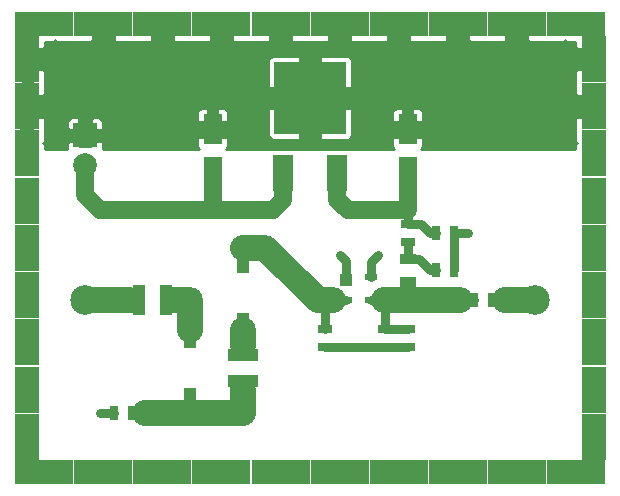
<source format=gbr>
G04 #@! TF.FileFunction,Copper,L1,Top,Signal*
%FSLAX46Y46*%
G04 Gerber Fmt 4.6, Leading zero omitted, Abs format (unit mm)*
G04 Created by KiCad (PCBNEW 4.0.6) date Wed Sep  6 22:14:05 2017*
%MOMM*%
%LPD*%
G01*
G04 APERTURE LIST*
%ADD10C,0.100000*%
%ADD11R,2.000000X4.000000*%
%ADD12R,5.000000X2.000000*%
%ADD13R,1.000000X1.200000*%
%ADD14R,1.600200X2.600960*%
%ADD15R,0.635000X1.143000*%
%ADD16R,1.143000X0.635000*%
%ADD17R,1.100000X2.540000*%
%ADD18R,2.540000X1.100000*%
%ADD19R,1.397000X0.889000*%
%ADD20C,2.500000*%
%ADD21R,2.000000X2.000000*%
%ADD22C,2.000000*%
%ADD23R,1.651000X3.048000*%
%ADD24R,6.096000X6.096000*%
%ADD25R,1.000760X1.000760*%
%ADD26R,1.000760X0.599440*%
%ADD27C,0.600000*%
%ADD28C,1.000000*%
%ADD29C,2.185000*%
%ADD30C,0.750000*%
%ADD31C,1.500000*%
%ADD32C,0.254000*%
G04 APERTURE END LIST*
D10*
D11*
X161160000Y-86235000D03*
X161160000Y-90235000D03*
X161160000Y-94235000D03*
X161160000Y-98235000D03*
X161160000Y-102235000D03*
X161160000Y-106235000D03*
X161160000Y-110235000D03*
X161160000Y-114235000D03*
X161160000Y-118235000D03*
X113160000Y-118235000D03*
X113160000Y-114235000D03*
X113160000Y-110235000D03*
X113160000Y-106235000D03*
X113160000Y-102235000D03*
X113160000Y-98235000D03*
X113160000Y-94235000D03*
X113160000Y-90235000D03*
D12*
X114660000Y-121235000D03*
X119660000Y-121235000D03*
X124660000Y-121235000D03*
X129660000Y-121235000D03*
X134660000Y-121235000D03*
X139660000Y-121235000D03*
X144660000Y-121235000D03*
X149660000Y-121235000D03*
X154660000Y-121235000D03*
X159660000Y-121235000D03*
X159660000Y-83235000D03*
X154660000Y-83235000D03*
X149660000Y-83235000D03*
X144660000Y-83235000D03*
X139660000Y-83235000D03*
X134660000Y-83235000D03*
X129660000Y-83235000D03*
X124660000Y-83235000D03*
X119660000Y-83235000D03*
X114660000Y-83235000D03*
D11*
X113160000Y-86235000D03*
D13*
X127000000Y-110145000D03*
X127000000Y-114645000D03*
D14*
X128905000Y-95780860D03*
X128905000Y-92179140D03*
D15*
X122047000Y-116205000D03*
X120523000Y-116205000D03*
D13*
X131445000Y-108295000D03*
X131445000Y-103795000D03*
D14*
X145415000Y-95780860D03*
X145415000Y-92179140D03*
D16*
X145415000Y-110617000D03*
X145415000Y-109093000D03*
D15*
X149352000Y-100965000D03*
X147828000Y-100965000D03*
X149352000Y-104140000D03*
X147828000Y-104140000D03*
X152527000Y-106680000D03*
X151003000Y-106680000D03*
D17*
X124960000Y-106680000D03*
X122690000Y-106680000D03*
D18*
X131445000Y-111260000D03*
X131445000Y-113530000D03*
D19*
X145415000Y-103187500D03*
X145415000Y-105092500D03*
D20*
X118110000Y-106680000D03*
D21*
X118110000Y-92710000D03*
D22*
X118110000Y-95250000D03*
D20*
X156210000Y-106680000D03*
D16*
X138430000Y-110617000D03*
X138430000Y-109093000D03*
X143510000Y-110617000D03*
X143510000Y-109093000D03*
X145415000Y-100203000D03*
X145415000Y-101727000D03*
D23*
X134874000Y-95885000D03*
D24*
X137160000Y-89535000D03*
D23*
X139446000Y-95885000D03*
D25*
X140167360Y-104912160D03*
D26*
X142280640Y-106616500D03*
X140167360Y-106616500D03*
X142280640Y-104711500D03*
D27*
X118110000Y-90170000D03*
X119380000Y-116205000D03*
X142875000Y-102870000D03*
X139700000Y-102870000D03*
X150495000Y-100965000D03*
D28*
X127000000Y-110145000D02*
X127000000Y-109220000D01*
D29*
X127000000Y-106680000D02*
X125730000Y-106680000D01*
X127000000Y-109220000D02*
X127000000Y-106680000D01*
D30*
X124960000Y-106680000D02*
X125730000Y-106680000D01*
X125730000Y-106680000D02*
X126365000Y-106680000D01*
X127000000Y-114645000D02*
X127000000Y-116205000D01*
X127000000Y-116205000D02*
X127000000Y-115570000D01*
X127000000Y-115570000D02*
X127000000Y-116205000D01*
D29*
X131445000Y-116205000D02*
X127000000Y-116205000D01*
X127000000Y-116205000D02*
X123190000Y-116205000D01*
D30*
X122047000Y-116205000D02*
X123190000Y-116205000D01*
X131445000Y-114300000D02*
X131445000Y-113530000D01*
D29*
X131445000Y-116205000D02*
X131445000Y-114300000D01*
D30*
X131445000Y-113530000D02*
X131445000Y-113665000D01*
D31*
X128905000Y-95780860D02*
X128905000Y-99060000D01*
X134874000Y-95885000D02*
X134874000Y-98171000D01*
X133985000Y-99060000D02*
X128905000Y-99060000D01*
X128905000Y-99060000D02*
X128270000Y-99060000D01*
X119380000Y-99060000D02*
X128270000Y-99060000D01*
X118110000Y-97790000D02*
X118110000Y-95250000D01*
X118110000Y-97790000D02*
X119380000Y-99060000D01*
X134874000Y-98171000D02*
X133985000Y-99060000D01*
D30*
X134620000Y-96139000D02*
X134874000Y-95885000D01*
X118110000Y-92710000D02*
X118110000Y-90170000D01*
X119380000Y-116205000D02*
X120523000Y-116205000D01*
X142280640Y-104711500D02*
X142280640Y-103464360D01*
X142280640Y-103464360D02*
X142875000Y-102870000D01*
X139700000Y-102870000D02*
X140167360Y-103337360D01*
X140167360Y-103337360D02*
X140167360Y-104912160D01*
X149352000Y-100965000D02*
X150495000Y-100965000D01*
X149352000Y-100965000D02*
X149352000Y-102235000D01*
X149352000Y-102235000D02*
X149352000Y-104140000D01*
X120523000Y-116205000D02*
X119380000Y-116205000D01*
X138430000Y-109093000D02*
X138430000Y-107315000D01*
X138430000Y-107315000D02*
X137795000Y-106680000D01*
X140167360Y-106616500D02*
X139128500Y-106616500D01*
D29*
X131445000Y-102235000D02*
X133350000Y-102235000D01*
D30*
X131445000Y-102235000D02*
X131445000Y-103795000D01*
D29*
X133350000Y-102235000D02*
X137795000Y-106680000D01*
X139065000Y-106680000D02*
X137795000Y-106680000D01*
D30*
X139128500Y-106616500D02*
X139065000Y-106680000D01*
X145415000Y-100203000D02*
X145415000Y-99060000D01*
D31*
X145415000Y-95780860D02*
X145415000Y-99060000D01*
D30*
X145415000Y-100203000D02*
X146558000Y-100203000D01*
X147320000Y-100965000D02*
X147828000Y-100965000D01*
X146558000Y-100203000D02*
X147320000Y-100965000D01*
D31*
X139446000Y-95885000D02*
X139446000Y-98171000D01*
X140335000Y-99060000D02*
X142240000Y-99060000D01*
X139446000Y-98171000D02*
X140335000Y-99060000D01*
X145415000Y-99060000D02*
X142240000Y-99060000D01*
D30*
X142240000Y-99060000D02*
X141605000Y-99060000D01*
X138430000Y-110617000D02*
X143510000Y-110617000D01*
X139065000Y-110617000D02*
X143510000Y-110617000D01*
X143510000Y-110617000D02*
X145415000Y-110617000D01*
X145415000Y-105092500D02*
X145415000Y-105981500D01*
X145415000Y-105981500D02*
X144780000Y-106616500D01*
X143510000Y-106616500D02*
X143510000Y-109093000D01*
X144780000Y-106616500D02*
X144780000Y-106045000D01*
X144780000Y-106045000D02*
X144780000Y-106616500D01*
X151003000Y-106680000D02*
X149860000Y-106680000D01*
X149860000Y-106680000D02*
X149796500Y-106616500D01*
D29*
X143446500Y-106616500D02*
X143510000Y-106616500D01*
X143510000Y-106616500D02*
X144780000Y-106616500D01*
X144780000Y-106616500D02*
X149796500Y-106616500D01*
X149796500Y-106616500D02*
X149860000Y-106680000D01*
D30*
X142280640Y-106616500D02*
X143446500Y-106616500D01*
X143446500Y-106616500D02*
X143510000Y-106680000D01*
X143510000Y-109093000D02*
X145415000Y-109093000D01*
X145415000Y-103187500D02*
X146367500Y-103187500D01*
X147320000Y-104140000D02*
X147828000Y-104140000D01*
X146367500Y-103187500D02*
X147320000Y-104140000D01*
X145415000Y-103187500D02*
X145415000Y-101727000D01*
X152527000Y-106680000D02*
X153670000Y-106680000D01*
D29*
X153670000Y-106680000D02*
X156210000Y-106680000D01*
D28*
X131445000Y-108295000D02*
X131445000Y-111260000D01*
D29*
X131445000Y-109220000D02*
X131445000Y-110490000D01*
D30*
X131445000Y-110490000D02*
X131445000Y-111260000D01*
X122690000Y-106680000D02*
X121920000Y-106680000D01*
D29*
X121920000Y-106680000D02*
X118110000Y-106680000D01*
D32*
G36*
X120553000Y-83735000D02*
X120533000Y-83735000D01*
X120533000Y-84630250D01*
X120664750Y-84762000D01*
X123655250Y-84762000D01*
X123787000Y-84630250D01*
X123787000Y-83735000D01*
X123767000Y-83735000D01*
X123767000Y-83312000D01*
X125553000Y-83312000D01*
X125553000Y-83735000D01*
X125533000Y-83735000D01*
X125533000Y-84630250D01*
X125664750Y-84762000D01*
X128655250Y-84762000D01*
X128787000Y-84630250D01*
X128787000Y-83735000D01*
X128767000Y-83735000D01*
X128767000Y-83312000D01*
X130553000Y-83312000D01*
X130553000Y-83735000D01*
X130533000Y-83735000D01*
X130533000Y-84630250D01*
X130664750Y-84762000D01*
X133655250Y-84762000D01*
X133787000Y-84630250D01*
X133787000Y-83735000D01*
X133767000Y-83735000D01*
X133767000Y-83312000D01*
X135553000Y-83312000D01*
X135553000Y-83735000D01*
X135533000Y-83735000D01*
X135533000Y-84630250D01*
X135664750Y-84762000D01*
X138655250Y-84762000D01*
X138787000Y-84630250D01*
X138787000Y-83735000D01*
X138767000Y-83735000D01*
X138767000Y-83312000D01*
X140553000Y-83312000D01*
X140553000Y-83735000D01*
X140533000Y-83735000D01*
X140533000Y-84630250D01*
X140664750Y-84762000D01*
X143655250Y-84762000D01*
X143787000Y-84630250D01*
X143787000Y-83735000D01*
X143767000Y-83735000D01*
X143767000Y-83312000D01*
X145553000Y-83312000D01*
X145553000Y-83735000D01*
X145533000Y-83735000D01*
X145533000Y-84630250D01*
X145664750Y-84762000D01*
X148655250Y-84762000D01*
X148787000Y-84630250D01*
X148787000Y-83735000D01*
X148767000Y-83735000D01*
X148767000Y-83312000D01*
X150553000Y-83312000D01*
X150553000Y-83735000D01*
X150533000Y-83735000D01*
X150533000Y-84630250D01*
X150664750Y-84762000D01*
X153655250Y-84762000D01*
X153787000Y-84630250D01*
X153787000Y-83735000D01*
X153767000Y-83735000D01*
X153767000Y-83312000D01*
X155553000Y-83312000D01*
X155553000Y-83735000D01*
X155533000Y-83735000D01*
X155533000Y-84630250D01*
X155664750Y-84762000D01*
X158655250Y-84762000D01*
X158786998Y-84630252D01*
X158786998Y-84762000D01*
X159633000Y-84762000D01*
X159633000Y-85230250D01*
X159764750Y-85362000D01*
X160660000Y-85362000D01*
X160660000Y-85342000D01*
X161035898Y-85342000D01*
X160930839Y-87128000D01*
X160660000Y-87128000D01*
X160660000Y-87108000D01*
X159764750Y-87108000D01*
X159633000Y-87239750D01*
X159633000Y-89230250D01*
X159764750Y-89362000D01*
X160660000Y-89362000D01*
X160660000Y-89342000D01*
X160800604Y-89342000D01*
X160695545Y-91128000D01*
X160660000Y-91128000D01*
X160660000Y-91108000D01*
X159764750Y-91108000D01*
X159633000Y-91239750D01*
X159633000Y-93230250D01*
X159764748Y-93361998D01*
X159633000Y-93361998D01*
X159633000Y-93853000D01*
X146587010Y-93853000D01*
X146661869Y-93778142D01*
X146742100Y-93584447D01*
X146742100Y-92961130D01*
X146610350Y-92829380D01*
X145815050Y-92829380D01*
X145815050Y-93072140D01*
X145014950Y-93072140D01*
X145014950Y-92829380D01*
X144219650Y-92829380D01*
X144087900Y-92961130D01*
X144087900Y-93584447D01*
X144168131Y-93778142D01*
X144242990Y-93853000D01*
X140418923Y-93853000D01*
X140271500Y-93823676D01*
X138620500Y-93823676D01*
X138473077Y-93853000D01*
X135846923Y-93853000D01*
X135699500Y-93823676D01*
X134048500Y-93823676D01*
X133901077Y-93853000D01*
X130077010Y-93853000D01*
X130151869Y-93778142D01*
X130232100Y-93584447D01*
X130232100Y-92961130D01*
X130100350Y-92829380D01*
X129305050Y-92829380D01*
X129305050Y-93072140D01*
X128504950Y-93072140D01*
X128504950Y-92829380D01*
X127709650Y-92829380D01*
X127577900Y-92961130D01*
X127577900Y-93584447D01*
X127658131Y-93778142D01*
X127732990Y-93853000D01*
X119621188Y-93853000D01*
X119637000Y-93814827D01*
X119637000Y-93341750D01*
X119505250Y-93210000D01*
X118610000Y-93210000D01*
X118610000Y-93603000D01*
X117610000Y-93603000D01*
X117610000Y-93210000D01*
X116714750Y-93210000D01*
X116583000Y-93341750D01*
X116583000Y-93814827D01*
X116598812Y-93853000D01*
X114687000Y-93853000D01*
X114687000Y-93361998D01*
X114555252Y-93361998D01*
X114687000Y-93230250D01*
X114687000Y-91605173D01*
X116583000Y-91605173D01*
X116583000Y-92078250D01*
X116714750Y-92210000D01*
X117610000Y-92210000D01*
X117610000Y-91314750D01*
X118610000Y-91314750D01*
X118610000Y-92210000D01*
X119505250Y-92210000D01*
X119637000Y-92078250D01*
X119637000Y-91605173D01*
X119556769Y-91411478D01*
X119408521Y-91263231D01*
X119214827Y-91183000D01*
X118741750Y-91183000D01*
X118610000Y-91314750D01*
X117610000Y-91314750D01*
X117478250Y-91183000D01*
X117005173Y-91183000D01*
X116811479Y-91263231D01*
X116663231Y-91411478D01*
X116583000Y-91605173D01*
X114687000Y-91605173D01*
X114687000Y-91239750D01*
X114555250Y-91108000D01*
X113660000Y-91108000D01*
X113660000Y-93362000D01*
X114053000Y-93362000D01*
X114053000Y-93853000D01*
X112602000Y-93853000D01*
X112602000Y-93362000D01*
X112660000Y-93362000D01*
X112660000Y-91637731D01*
X112710817Y-90773833D01*
X127577900Y-90773833D01*
X127577900Y-91397150D01*
X127709650Y-91528900D01*
X128504950Y-91528900D01*
X128504950Y-90483410D01*
X129305050Y-90483410D01*
X129305050Y-91528900D01*
X130100350Y-91528900D01*
X130232100Y-91397150D01*
X130232100Y-90773833D01*
X130151869Y-90580138D01*
X130111481Y-90539750D01*
X133585000Y-90539750D01*
X133585000Y-92687827D01*
X133665231Y-92881521D01*
X133813478Y-93029769D01*
X134007173Y-93110000D01*
X136155250Y-93110000D01*
X136287000Y-92978250D01*
X136287000Y-90408000D01*
X138033000Y-90408000D01*
X138033000Y-92978250D01*
X138164750Y-93110000D01*
X140312827Y-93110000D01*
X140506522Y-93029769D01*
X140654769Y-92881521D01*
X140735000Y-92687827D01*
X140735000Y-90773833D01*
X144087900Y-90773833D01*
X144087900Y-91397150D01*
X144219650Y-91528900D01*
X145014950Y-91528900D01*
X145014950Y-90483410D01*
X145815050Y-90483410D01*
X145815050Y-91528900D01*
X146610350Y-91528900D01*
X146742100Y-91397150D01*
X146742100Y-90773833D01*
X146661869Y-90580138D01*
X146513621Y-90431891D01*
X146319927Y-90351660D01*
X145946800Y-90351660D01*
X145815050Y-90483410D01*
X145014950Y-90483410D01*
X144883200Y-90351660D01*
X144510073Y-90351660D01*
X144316379Y-90431891D01*
X144168131Y-90580138D01*
X144087900Y-90773833D01*
X140735000Y-90773833D01*
X140735000Y-90539750D01*
X140603250Y-90408000D01*
X138033000Y-90408000D01*
X136287000Y-90408000D01*
X133716750Y-90408000D01*
X133585000Y-90539750D01*
X130111481Y-90539750D01*
X130003621Y-90431891D01*
X129809927Y-90351660D01*
X129436800Y-90351660D01*
X129305050Y-90483410D01*
X128504950Y-90483410D01*
X128373200Y-90351660D01*
X128000073Y-90351660D01*
X127806379Y-90431891D01*
X127658131Y-90580138D01*
X127577900Y-90773833D01*
X112710817Y-90773833D01*
X112926454Y-87108000D01*
X113660000Y-87108000D01*
X113660000Y-89362000D01*
X114555250Y-89362000D01*
X114687000Y-89230250D01*
X114687000Y-87239750D01*
X114555250Y-87108000D01*
X113660000Y-87108000D01*
X112926454Y-87108000D01*
X112969150Y-86382173D01*
X133585000Y-86382173D01*
X133585000Y-88530250D01*
X133716750Y-88662000D01*
X136287000Y-88662000D01*
X136287000Y-86091750D01*
X138033000Y-86091750D01*
X138033000Y-88662000D01*
X140603250Y-88662000D01*
X140735000Y-88530250D01*
X140735000Y-86382173D01*
X140654769Y-86188479D01*
X140506522Y-86040231D01*
X140312827Y-85960000D01*
X138164750Y-85960000D01*
X138033000Y-86091750D01*
X136287000Y-86091750D01*
X136155250Y-85960000D01*
X134007173Y-85960000D01*
X133813478Y-86040231D01*
X133665231Y-86188479D01*
X133585000Y-86382173D01*
X112969150Y-86382173D01*
X113064455Y-84762000D01*
X113655250Y-84762000D01*
X113660000Y-84757250D01*
X113660000Y-85362000D01*
X114555250Y-85362000D01*
X114687000Y-85230250D01*
X114687000Y-84762000D01*
X115533002Y-84762000D01*
X115533002Y-84630252D01*
X115664750Y-84762000D01*
X118655250Y-84762000D01*
X118787000Y-84630250D01*
X118787000Y-83735000D01*
X118767000Y-83735000D01*
X118767000Y-83312000D01*
X120553000Y-83312000D01*
X120553000Y-83735000D01*
X120553000Y-83735000D01*
G37*
X120553000Y-83735000D02*
X120533000Y-83735000D01*
X120533000Y-84630250D01*
X120664750Y-84762000D01*
X123655250Y-84762000D01*
X123787000Y-84630250D01*
X123787000Y-83735000D01*
X123767000Y-83735000D01*
X123767000Y-83312000D01*
X125553000Y-83312000D01*
X125553000Y-83735000D01*
X125533000Y-83735000D01*
X125533000Y-84630250D01*
X125664750Y-84762000D01*
X128655250Y-84762000D01*
X128787000Y-84630250D01*
X128787000Y-83735000D01*
X128767000Y-83735000D01*
X128767000Y-83312000D01*
X130553000Y-83312000D01*
X130553000Y-83735000D01*
X130533000Y-83735000D01*
X130533000Y-84630250D01*
X130664750Y-84762000D01*
X133655250Y-84762000D01*
X133787000Y-84630250D01*
X133787000Y-83735000D01*
X133767000Y-83735000D01*
X133767000Y-83312000D01*
X135553000Y-83312000D01*
X135553000Y-83735000D01*
X135533000Y-83735000D01*
X135533000Y-84630250D01*
X135664750Y-84762000D01*
X138655250Y-84762000D01*
X138787000Y-84630250D01*
X138787000Y-83735000D01*
X138767000Y-83735000D01*
X138767000Y-83312000D01*
X140553000Y-83312000D01*
X140553000Y-83735000D01*
X140533000Y-83735000D01*
X140533000Y-84630250D01*
X140664750Y-84762000D01*
X143655250Y-84762000D01*
X143787000Y-84630250D01*
X143787000Y-83735000D01*
X143767000Y-83735000D01*
X143767000Y-83312000D01*
X145553000Y-83312000D01*
X145553000Y-83735000D01*
X145533000Y-83735000D01*
X145533000Y-84630250D01*
X145664750Y-84762000D01*
X148655250Y-84762000D01*
X148787000Y-84630250D01*
X148787000Y-83735000D01*
X148767000Y-83735000D01*
X148767000Y-83312000D01*
X150553000Y-83312000D01*
X150553000Y-83735000D01*
X150533000Y-83735000D01*
X150533000Y-84630250D01*
X150664750Y-84762000D01*
X153655250Y-84762000D01*
X153787000Y-84630250D01*
X153787000Y-83735000D01*
X153767000Y-83735000D01*
X153767000Y-83312000D01*
X155553000Y-83312000D01*
X155553000Y-83735000D01*
X155533000Y-83735000D01*
X155533000Y-84630250D01*
X155664750Y-84762000D01*
X158655250Y-84762000D01*
X158786998Y-84630252D01*
X158786998Y-84762000D01*
X159633000Y-84762000D01*
X159633000Y-85230250D01*
X159764750Y-85362000D01*
X160660000Y-85362000D01*
X160660000Y-85342000D01*
X161035898Y-85342000D01*
X160930839Y-87128000D01*
X160660000Y-87128000D01*
X160660000Y-87108000D01*
X159764750Y-87108000D01*
X159633000Y-87239750D01*
X159633000Y-89230250D01*
X159764750Y-89362000D01*
X160660000Y-89362000D01*
X160660000Y-89342000D01*
X160800604Y-89342000D01*
X160695545Y-91128000D01*
X160660000Y-91128000D01*
X160660000Y-91108000D01*
X159764750Y-91108000D01*
X159633000Y-91239750D01*
X159633000Y-93230250D01*
X159764748Y-93361998D01*
X159633000Y-93361998D01*
X159633000Y-93853000D01*
X146587010Y-93853000D01*
X146661869Y-93778142D01*
X146742100Y-93584447D01*
X146742100Y-92961130D01*
X146610350Y-92829380D01*
X145815050Y-92829380D01*
X145815050Y-93072140D01*
X145014950Y-93072140D01*
X145014950Y-92829380D01*
X144219650Y-92829380D01*
X144087900Y-92961130D01*
X144087900Y-93584447D01*
X144168131Y-93778142D01*
X144242990Y-93853000D01*
X140418923Y-93853000D01*
X140271500Y-93823676D01*
X138620500Y-93823676D01*
X138473077Y-93853000D01*
X135846923Y-93853000D01*
X135699500Y-93823676D01*
X134048500Y-93823676D01*
X133901077Y-93853000D01*
X130077010Y-93853000D01*
X130151869Y-93778142D01*
X130232100Y-93584447D01*
X130232100Y-92961130D01*
X130100350Y-92829380D01*
X129305050Y-92829380D01*
X129305050Y-93072140D01*
X128504950Y-93072140D01*
X128504950Y-92829380D01*
X127709650Y-92829380D01*
X127577900Y-92961130D01*
X127577900Y-93584447D01*
X127658131Y-93778142D01*
X127732990Y-93853000D01*
X119621188Y-93853000D01*
X119637000Y-93814827D01*
X119637000Y-93341750D01*
X119505250Y-93210000D01*
X118610000Y-93210000D01*
X118610000Y-93603000D01*
X117610000Y-93603000D01*
X117610000Y-93210000D01*
X116714750Y-93210000D01*
X116583000Y-93341750D01*
X116583000Y-93814827D01*
X116598812Y-93853000D01*
X114687000Y-93853000D01*
X114687000Y-93361998D01*
X114555252Y-93361998D01*
X114687000Y-93230250D01*
X114687000Y-91605173D01*
X116583000Y-91605173D01*
X116583000Y-92078250D01*
X116714750Y-92210000D01*
X117610000Y-92210000D01*
X117610000Y-91314750D01*
X118610000Y-91314750D01*
X118610000Y-92210000D01*
X119505250Y-92210000D01*
X119637000Y-92078250D01*
X119637000Y-91605173D01*
X119556769Y-91411478D01*
X119408521Y-91263231D01*
X119214827Y-91183000D01*
X118741750Y-91183000D01*
X118610000Y-91314750D01*
X117610000Y-91314750D01*
X117478250Y-91183000D01*
X117005173Y-91183000D01*
X116811479Y-91263231D01*
X116663231Y-91411478D01*
X116583000Y-91605173D01*
X114687000Y-91605173D01*
X114687000Y-91239750D01*
X114555250Y-91108000D01*
X113660000Y-91108000D01*
X113660000Y-93362000D01*
X114053000Y-93362000D01*
X114053000Y-93853000D01*
X112602000Y-93853000D01*
X112602000Y-93362000D01*
X112660000Y-93362000D01*
X112660000Y-91637731D01*
X112710817Y-90773833D01*
X127577900Y-90773833D01*
X127577900Y-91397150D01*
X127709650Y-91528900D01*
X128504950Y-91528900D01*
X128504950Y-90483410D01*
X129305050Y-90483410D01*
X129305050Y-91528900D01*
X130100350Y-91528900D01*
X130232100Y-91397150D01*
X130232100Y-90773833D01*
X130151869Y-90580138D01*
X130111481Y-90539750D01*
X133585000Y-90539750D01*
X133585000Y-92687827D01*
X133665231Y-92881521D01*
X133813478Y-93029769D01*
X134007173Y-93110000D01*
X136155250Y-93110000D01*
X136287000Y-92978250D01*
X136287000Y-90408000D01*
X138033000Y-90408000D01*
X138033000Y-92978250D01*
X138164750Y-93110000D01*
X140312827Y-93110000D01*
X140506522Y-93029769D01*
X140654769Y-92881521D01*
X140735000Y-92687827D01*
X140735000Y-90773833D01*
X144087900Y-90773833D01*
X144087900Y-91397150D01*
X144219650Y-91528900D01*
X145014950Y-91528900D01*
X145014950Y-90483410D01*
X145815050Y-90483410D01*
X145815050Y-91528900D01*
X146610350Y-91528900D01*
X146742100Y-91397150D01*
X146742100Y-90773833D01*
X146661869Y-90580138D01*
X146513621Y-90431891D01*
X146319927Y-90351660D01*
X145946800Y-90351660D01*
X145815050Y-90483410D01*
X145014950Y-90483410D01*
X144883200Y-90351660D01*
X144510073Y-90351660D01*
X144316379Y-90431891D01*
X144168131Y-90580138D01*
X144087900Y-90773833D01*
X140735000Y-90773833D01*
X140735000Y-90539750D01*
X140603250Y-90408000D01*
X138033000Y-90408000D01*
X136287000Y-90408000D01*
X133716750Y-90408000D01*
X133585000Y-90539750D01*
X130111481Y-90539750D01*
X130003621Y-90431891D01*
X129809927Y-90351660D01*
X129436800Y-90351660D01*
X129305050Y-90483410D01*
X128504950Y-90483410D01*
X128373200Y-90351660D01*
X128000073Y-90351660D01*
X127806379Y-90431891D01*
X127658131Y-90580138D01*
X127577900Y-90773833D01*
X112710817Y-90773833D01*
X112926454Y-87108000D01*
X113660000Y-87108000D01*
X113660000Y-89362000D01*
X114555250Y-89362000D01*
X114687000Y-89230250D01*
X114687000Y-87239750D01*
X114555250Y-87108000D01*
X113660000Y-87108000D01*
X112926454Y-87108000D01*
X112969150Y-86382173D01*
X133585000Y-86382173D01*
X133585000Y-88530250D01*
X133716750Y-88662000D01*
X136287000Y-88662000D01*
X136287000Y-86091750D01*
X138033000Y-86091750D01*
X138033000Y-88662000D01*
X140603250Y-88662000D01*
X140735000Y-88530250D01*
X140735000Y-86382173D01*
X140654769Y-86188479D01*
X140506522Y-86040231D01*
X140312827Y-85960000D01*
X138164750Y-85960000D01*
X138033000Y-86091750D01*
X136287000Y-86091750D01*
X136155250Y-85960000D01*
X134007173Y-85960000D01*
X133813478Y-86040231D01*
X133665231Y-86188479D01*
X133585000Y-86382173D01*
X112969150Y-86382173D01*
X113064455Y-84762000D01*
X113655250Y-84762000D01*
X113660000Y-84757250D01*
X113660000Y-85362000D01*
X114555250Y-85362000D01*
X114687000Y-85230250D01*
X114687000Y-84762000D01*
X115533002Y-84762000D01*
X115533002Y-84630252D01*
X115664750Y-84762000D01*
X118655250Y-84762000D01*
X118787000Y-84630250D01*
X118787000Y-83735000D01*
X118767000Y-83735000D01*
X118767000Y-83312000D01*
X120553000Y-83312000D01*
X120553000Y-83735000D01*
M02*

</source>
